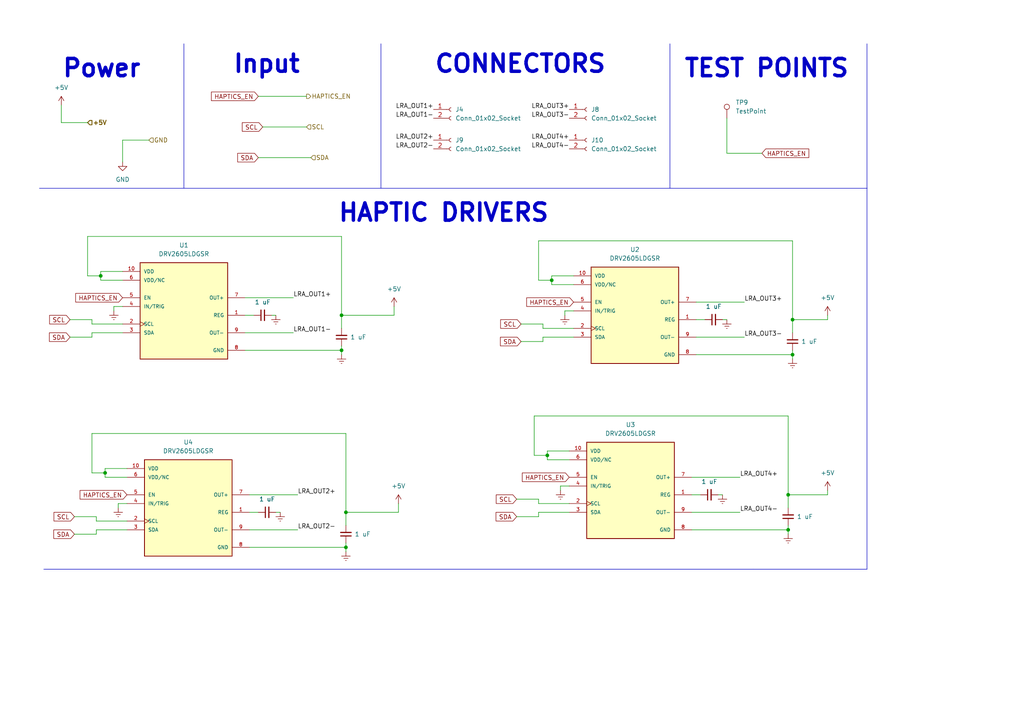
<source format=kicad_sch>
(kicad_sch (version 20230121) (generator eeschema)
  (paper "A4")
  (lib_symbols
    (symbol "Connector:Conn_01x02_Socket" (pin_names (offset 1.016) hide)
      (property "Reference" "J" (at 0 2.54 0))
      (property "Value" "Conn_01x02_Socket" (at 0 -5.08 0))
      (symbol "Conn_01x02_Socket_1_1"
        (arc (start 0 -2.032) (mid -0.5058 -2.54) (end 0 -3.048) (stroke (width 0.1524)))
        (polyline (pts (xy -1.27 -2.54) (xy -0.508 -2.54)) (stroke (width 0.1524)))
        (polyline (pts (xy -1.27 0) (xy -0.508 0)) (stroke (width 0.1524)))
        (arc (start 0 0.508) (mid -0.5058 0) (end 0 -0.508) (stroke (width 0.1524)))
        (pin passive line (at -5.08 0 0) (length 3.81) (name "Pin_1") (number "1"))
        (pin passive line (at -5.08 -2.54 0) (length 3.81) (name "Pin_2") (number "2"))
      )
    )
    (symbol "Connector:TestPoint" (pin_numbers hide) (pin_names (offset 0.762) hide)
      (property "Reference" "TP" (at 0 6.858 0))
      (property "Value" "TestPoint" (at 0 5.08 0))
      (symbol "TestPoint_0_1"
        (circle (center 0 3.302) (radius 0.762))
      )
      (symbol "TestPoint_1_1"
        (pin passive line (at 0 0 90) (length 2.54) (name "1") (number "1"))
      )
    )
    (symbol "DRV2605LDGSR:DRV2605LDGSR" (pin_names (offset 1.016))
      (property "Reference" "U" (at -12.7 16.24 0))
      (property "Value" "DRV2605LDGSR" (at -12.7 -14.16 0))
      (symbol "DRV2605LDGSR_0_0"
        (rectangle (start -12.7 -12.7) (end 12.7 15.24) (stroke (width 0.254)) (fill (type background)))
        (pin output line (at 17.78 0 180) (length 5.08) (name "REG") (number "1"))
        (pin power_in line (at -17.78 12.7 0) (length 5.08) (name "VDD") (number "10"))
        (pin input clock (at -17.78 -2.54 0) (length 5.08) (name "SCL") (number "2"))
        (pin bidirectional line (at -17.78 -5.08 0) (length 5.08) (name "SDA") (number "3"))
        (pin input line (at -17.78 2.54 0) (length 5.08) (name "IN/TRIG") (number "4"))
        (pin input line (at -17.78 5.08 0) (length 5.08) (name "EN") (number "5"))
        (pin power_in line (at -17.78 10.16 0) (length 5.08) (name "VDD/NC") (number "6"))
        (pin output line (at 17.78 5.08 180) (length 5.08) (name "OUT+") (number "7"))
        (pin power_in line (at 17.78 -10.16 180) (length 5.08) (name "GND") (number "8"))
        (pin output line (at 17.78 -5.08 180) (length 5.08) (name "OUT-") (number "9"))
      )
    )
    (symbol "Device:C_Small" (pin_numbers hide) (pin_names (offset 0.254) hide)
      (property "Reference" "C" (at 0.254 1.778 0))
      (property "Value" "C_Small" (at 0.254 -2.032 0))
      (symbol "C_Small_0_1"
        (polyline (pts (xy -1.524 -0.508) (xy 1.524 -0.508)) (stroke (width 0.3302)))
        (polyline (pts (xy -1.524 0.508) (xy 1.524 0.508)) (stroke (width 0.3048)))
      )
      (symbol "C_Small_1_1"
        (pin passive line (at 0 2.54 270) (length 2.032) (name "~") (number "1"))
        (pin passive line (at 0 -2.54 90) (length 2.032) (name "~") (number "2"))
      )
    )
    (symbol "power:+5V" (power) (pin_names (offset 0))
      (property "Value" "+5V" (at 0 3.556 0))
      (symbol "+5V_0_1"
        (polyline (pts (xy -0.762 1.27) (xy 0 2.54)))
        (polyline (pts (xy 0 0) (xy 0 2.54)))
        (polyline (pts (xy 0 2.54) (xy 0.762 1.27)))
      )
      (symbol "+5V_1_1"
        (pin power_in line (at 0 0 90) (length 0) hide (name "+5V") (number "1"))
      )
    )
    (symbol "power:Earth" (power) (pin_names (offset 0))
      (symbol "Earth_0_1"
        (polyline (pts (xy -0.635 -1.905) (xy 0.635 -1.905)))
        (polyline (pts (xy -0.127 -2.54) (xy 0.127 -2.54)))
        (polyline (pts (xy 0 -1.27) (xy 0 0)))
        (polyline (pts (xy 1.27 -1.27) (xy -1.27 -1.27)))
      )
      (symbol "Earth_1_1"
        (pin power_in line (at 0 0 270) (length 0) hide (name "Earth") (number "1"))
      )
    )
    (symbol "power:GND" (power) (pin_names (offset 0))
      (property "Value" "GND" (at 0 -3.81 0))
      (symbol "GND_0_1"
        (polyline (pts (xy 0 0) (xy 0 -1.27) (xy 1.27 -1.27) (xy 0 -2.54) (xy -1.27 -1.27) (xy 0 -1.27)))
      )
      (symbol "GND_1_1"
        (pin power_in line (at 0 0 270) (length 0) hide (name "GND") (number "1"))
      )
    )
  )
  (junction (at 99.06 101.6))
  (junction (at 100.33 158.75))
  (junction (at 160.02 81.28))
  (junction (at 228.6 153.67))
  (junction (at 229.87 102.87))
  (junction (at 99.06 91.44))
  (junction (at 29.21 80.01))
  (junction (at 30.48 137.16))
  (junction (at 229.87 92.71))
  (junction (at 100.33 148.59))
  (junction (at 158.75 132.08))
  (junction (at 228.6 143.51))
  (wire (pts (xy 209.55 92.71) (xy 210.82 92.71)))
  (wire (pts (xy 166.37 90.17) (xy 163.83 90.17)))
  (wire (pts (xy 115.57 146.05) (xy 115.57 148.59)))
  (wire (pts (xy 72.39 158.75) (xy 100.33 158.75)))
  (wire (pts (xy 29.21 81.28) (xy 35.56 81.28)))
  (wire (pts (xy 35.56 88.9) (xy 33.02 88.9)))
  (wire (pts (xy 229.87 101.6) (xy 229.87 102.87)))
  (polyline (pts (xy 53.34 12.7) (xy 53.34 54.61)))
  (wire (pts (xy 71.12 86.36) (xy 85.09 86.36)))
  (polyline (pts (xy 12.7 165.1) (xy 218.44 165.1)))
  (wire (pts (xy 157.48 95.25) (xy 166.37 95.25)))
  (wire (pts (xy 33.02 88.9) (xy 33.02 90.17)))
  (wire (pts (xy 156.21 69.85) (xy 156.21 81.28)))
  (wire (pts (xy 99.06 100.33) (xy 99.06 101.6)))
  (wire (pts (xy 100.33 148.59) (xy 115.57 148.59)))
  (wire (pts (xy 156.21 69.85) (xy 229.87 69.85)))
  (wire (pts (xy 163.83 90.17) (xy 163.83 91.44)))
  (wire (pts (xy 74.93 45.72) (xy 90.17 45.72)))
  (polyline (pts (xy 251.46 54.61) (xy 251.46 165.1)))
  (wire (pts (xy 21.59 149.86) (xy 27.94 149.86)))
  (wire (pts (xy 27.94 151.13) (xy 36.83 151.13)))
  (wire (pts (xy 162.56 140.97) (xy 162.56 142.24)))
  (wire (pts (xy 200.66 143.51) (xy 203.2 143.51)))
  (wire (pts (xy 158.75 132.08) (xy 158.75 133.35)))
  (wire (pts (xy 30.48 137.16) (xy 30.48 135.89)))
  (wire (pts (xy 21.59 154.94) (xy 27.94 154.94)))
  (wire (pts (xy 158.75 133.35) (xy 165.1 133.35)))
  (wire (pts (xy 26.67 92.71) (xy 26.67 93.98)))
  (wire (pts (xy 72.39 143.51) (xy 86.36 143.51)))
  (wire (pts (xy 166.37 80.01) (xy 160.02 80.01)))
  (wire (pts (xy 201.93 87.63) (xy 215.9 87.63)))
  (wire (pts (xy 29.21 80.01) (xy 29.21 78.74)))
  (wire (pts (xy 200.66 153.67) (xy 228.6 153.67)))
  (wire (pts (xy 151.13 99.06) (xy 157.48 99.06)))
  (wire (pts (xy 99.06 91.44) (xy 114.3 91.44)))
  (wire (pts (xy 100.33 125.73) (xy 100.33 148.59)))
  (wire (pts (xy 30.48 137.16) (xy 30.48 138.43)))
  (wire (pts (xy 200.66 138.43) (xy 214.63 138.43)))
  (wire (pts (xy 229.87 102.87) (xy 229.87 104.14)))
  (wire (pts (xy 26.67 97.79) (xy 26.67 96.52)))
  (wire (pts (xy 35.56 40.64) (xy 35.56 46.99)))
  (wire (pts (xy 149.86 149.86) (xy 156.21 149.86)))
  (wire (pts (xy 80.01 148.59) (xy 81.28 148.59)))
  (wire (pts (xy 157.48 93.98) (xy 157.48 95.25)))
  (wire (pts (xy 210.82 44.45) (xy 220.98 44.45)))
  (wire (pts (xy 201.93 102.87) (xy 229.87 102.87)))
  (wire (pts (xy 99.06 91.44) (xy 99.06 95.25)))
  (wire (pts (xy 156.21 149.86) (xy 156.21 148.59)))
  (wire (pts (xy 27.94 149.86) (xy 27.94 151.13)))
  (wire (pts (xy 17.78 35.56) (xy 25.4 35.56)))
  (wire (pts (xy 154.94 120.65) (xy 154.94 132.08)))
  (wire (pts (xy 30.48 138.43) (xy 36.83 138.43)))
  (wire (pts (xy 228.6 152.4) (xy 228.6 153.67)))
  (polyline (pts (xy 194.31 54.61) (xy 251.46 54.61)))
  (wire (pts (xy 26.67 96.52) (xy 35.56 96.52)))
  (polyline (pts (xy 218.44 165.1) (xy 251.46 165.1)))
  (wire (pts (xy 26.67 125.73) (xy 26.67 137.16)))
  (wire (pts (xy 160.02 82.55) (xy 166.37 82.55)))
  (wire (pts (xy 99.06 68.58) (xy 99.06 91.44)))
  (wire (pts (xy 228.6 153.67) (xy 228.6 154.94)))
  (polyline (pts (xy 110.49 12.7) (xy 110.49 54.61)))
  (wire (pts (xy 156.21 144.78) (xy 156.21 146.05)))
  (polyline (pts (xy 194.31 12.7) (xy 194.31 54.61)))
  (wire (pts (xy 157.48 97.79) (xy 166.37 97.79)))
  (polyline (pts (xy 11.43 54.61) (xy 53.34 54.61)))
  (wire (pts (xy 201.93 92.71) (xy 204.47 92.71)))
  (wire (pts (xy 160.02 81.28) (xy 160.02 80.01)))
  (wire (pts (xy 151.13 93.98) (xy 157.48 93.98)))
  (wire (pts (xy 78.74 91.44) (xy 80.01 91.44)))
  (wire (pts (xy 158.75 132.08) (xy 158.75 130.81)))
  (wire (pts (xy 208.28 143.51) (xy 209.55 143.51)))
  (wire (pts (xy 157.48 99.06) (xy 157.48 97.79)))
  (wire (pts (xy 165.1 140.97) (xy 162.56 140.97)))
  (wire (pts (xy 25.4 68.58) (xy 99.06 68.58)))
  (wire (pts (xy 71.12 91.44) (xy 73.66 91.44)))
  (wire (pts (xy 229.87 69.85) (xy 229.87 92.71)))
  (wire (pts (xy 17.78 30.48) (xy 17.78 35.56)))
  (wire (pts (xy 156.21 146.05) (xy 165.1 146.05)))
  (wire (pts (xy 160.02 81.28) (xy 160.02 82.55)))
  (wire (pts (xy 149.86 144.78) (xy 156.21 144.78)))
  (wire (pts (xy 29.21 80.01) (xy 29.21 81.28)))
  (wire (pts (xy 34.29 146.05) (xy 34.29 147.32)))
  (wire (pts (xy 36.83 146.05) (xy 34.29 146.05)))
  (wire (pts (xy 156.21 81.28) (xy 160.02 81.28)))
  (wire (pts (xy 20.32 97.79) (xy 26.67 97.79)))
  (wire (pts (xy 201.93 97.79) (xy 215.9 97.79)))
  (wire (pts (xy 72.39 153.67) (xy 86.36 153.67)))
  (wire (pts (xy 36.83 135.89) (xy 30.48 135.89)))
  (wire (pts (xy 35.56 40.64) (xy 43.18 40.64)))
  (wire (pts (xy 27.94 153.67) (xy 36.83 153.67)))
  (wire (pts (xy 71.12 96.52) (xy 85.09 96.52)))
  (wire (pts (xy 26.67 93.98) (xy 35.56 93.98)))
  (wire (pts (xy 200.66 148.59) (xy 214.63 148.59)))
  (wire (pts (xy 100.33 148.59) (xy 100.33 152.4)))
  (wire (pts (xy 165.1 130.81) (xy 158.75 130.81)))
  (wire (pts (xy 20.32 92.71) (xy 26.67 92.71)))
  (wire (pts (xy 35.56 78.74) (xy 29.21 78.74)))
  (wire (pts (xy 229.87 92.71) (xy 240.03 92.71)))
  (wire (pts (xy 228.6 143.51) (xy 228.6 147.32)))
  (wire (pts (xy 229.87 92.71) (xy 229.87 96.52)))
  (wire (pts (xy 99.06 101.6) (xy 99.06 102.87)))
  (wire (pts (xy 154.94 132.08) (xy 158.75 132.08)))
  (wire (pts (xy 240.03 91.44) (xy 240.03 92.71)))
  (wire (pts (xy 76.2 36.83) (xy 88.9 36.83)))
  (wire (pts (xy 26.67 125.73) (xy 100.33 125.73)))
  (polyline (pts (xy 110.49 54.61) (xy 194.31 54.61)))
  (wire (pts (xy 100.33 158.75) (xy 100.33 160.02)))
  (wire (pts (xy 71.12 101.6) (xy 99.06 101.6)))
  (wire (pts (xy 26.67 137.16) (xy 30.48 137.16)))
  (wire (pts (xy 114.3 88.9) (xy 114.3 91.44)))
  (wire (pts (xy 154.94 120.65) (xy 228.6 120.65)))
  (wire (pts (xy 156.21 148.59) (xy 165.1 148.59)))
  (wire (pts (xy 228.6 120.65) (xy 228.6 143.51)))
  (wire (pts (xy 25.4 80.01) (xy 29.21 80.01)))
  (wire (pts (xy 240.03 142.24) (xy 240.03 143.51)))
  (polyline (pts (xy 251.46 12.7) (xy 251.46 54.61)))
  (wire (pts (xy 25.4 68.58) (xy 25.4 80.01)))
  (wire (pts (xy 72.39 148.59) (xy 74.93 148.59)))
  (wire (pts (xy 210.82 34.29) (xy 210.82 44.45)))
  (wire (pts (xy 74.93 27.94) (xy 88.9 27.94)))
  (wire (pts (xy 27.94 154.94) (xy 27.94 153.67)))
  (wire (pts (xy 100.33 157.48) (xy 100.33 158.75)))
  (polyline (pts (xy 110.49 54.61) (xy 53.34 54.61)))
  (polyline (pts (xy 218.44 165.1) (xy 218.44 165.1)))
  (wire (pts (xy 228.6 143.51) (xy 240.03 143.51)))
  (text "HAPTIC DRIVERS" (at 97.79 64.77 0) (effects (font (size 5 5) bold) (justify left bottom)))
  (text "CONNECTORS" (at 125.73 21.59 0) (effects (font (size 5 5) bold) (justify left bottom)))
  (text "Input" (at 67.31 21.59 0) (effects (font (size 5 5) bold) (justify left bottom)))
  (text "TEST POINTS" (at 198.12 22.86 0) (effects (font (size 5 5) bold) (justify left bottom)))
  (text "Power" (at 17.78 22.86 0) (effects (font (size 5 5) (thickness 1) bold) (justify left bottom)))
  (label "LRA_OUT1+" (at 125.73 31.75 180))
  (label "LRA_OUT3-" (at 215.9 97.79 0))
  (label "LRA_OUT2+" (at 125.73 40.64 180))
  (label "LRA_OUT2+" (at 86.36 143.51 0))
  (label "LRA_OUT3-" (at 165.1 34.29 180))
  (label "LRA_OUT3+" (at 215.9 87.63 0))
  (label "LRA_OUT1-" (at 125.73 34.29 180))
  (label "LRA_OUT3+" (at 165.1 31.75 180))
  (label "LRA_OUT4+" (at 214.63 138.43 0))
  (label "LRA_OUT2-" (at 125.73 43.18 180))
  (label "LRA_OUT2-" (at 86.36 153.67 0))
  (label "LRA_OUT1+" (at 85.09 86.36 0))
  (label "LRA_OUT4+" (at 165.1 40.64 180))
  (label "LRA_OUT1-" (at 85.09 96.52 0))
  (label "LRA_OUT4-" (at 214.63 148.59 0))
  (label "LRA_OUT4-" (at 165.1 43.18 180))
  (global_label "SDA" (shape input) (at 21.59 154.94 180) (property "Intersheetrefs" "${INTERSHEET_REFS}" (effects hide)))
  (global_label "HAPTICS_EN" (shape input) (at 165.1 138.43 180) (property "Intersheetrefs" "${INTERSHEET_REFS}" (effects hide)))
  (global_label "HAPTICS_EN" (shape input) (at 166.37 87.63 180) (property "Intersheetrefs" "${INTERSHEET_REFS}" (effects hide)))
  (global_label "HAPTICS_EN" (shape input) (at 36.83 143.51 180) (property "Intersheetrefs" "${INTERSHEET_REFS}" (effects hide)))
  (global_label "HAPTICS_EN" (shape input) (at 35.56 86.36 180) (property "Intersheetrefs" "${INTERSHEET_REFS}" (effects hide)))
  (global_label "HAPTICS_EN" (shape input) (at 220.98 44.45 0) (property "Intersheetrefs" "${INTERSHEET_REFS}" (effects hide)))
  (global_label "SCL" (shape input) (at 76.2 36.83 180) (property "Intersheetrefs" "${INTERSHEET_REFS}" (effects hide)))
  (global_label "SDA" (shape input) (at 151.13 99.06 180) (property "Intersheetrefs" "${INTERSHEET_REFS}" (effects hide)))
  (global_label "SDA" (shape input) (at 149.86 149.86 180) (property "Intersheetrefs" "${INTERSHEET_REFS}" (effects hide)))
  (global_label "SCL" (shape input) (at 151.13 93.98 180) (property "Intersheetrefs" "${INTERSHEET_REFS}" (effects hide)))
  (global_label "SDA" (shape input) (at 20.32 97.79 180) (property "Intersheetrefs" "${INTERSHEET_REFS}" (effects hide)))
  (global_label "SCL" (shape input) (at 20.32 92.71 180) (property "Intersheetrefs" "${INTERSHEET_REFS}" (effects hide)))
  (global_label "SDA" (shape input) (at 74.93 45.72 180) (property "Intersheetrefs" "${INTERSHEET_REFS}" (effects hide)))
  (global_label "HAPTICS_EN" (shape input) (at 74.93 27.94 180) (property "Intersheetrefs" "${INTERSHEET_REFS}" (effects hide)))
  (global_label "SCL" (shape input) (at 21.59 149.86 180) (property "Intersheetrefs" "${INTERSHEET_REFS}" (effects hide)))
  (global_label "SCL" (shape input) (at 149.86 144.78 180) (property "Intersheetrefs" "${INTERSHEET_REFS}" (effects hide)))
  (hierarchical_label "SDA" (shape input) (at 90.17 45.72 0))
  (hierarchical_label "+5V" (shape input) (at 25.4 35.56 0) (effects (font bold)))
  (hierarchical_label "HAPTICS_EN" (shape output) (at 88.9 27.94 0))
  (hierarchical_label "SCL" (shape input) (at 88.9 36.83 0))
  (hierarchical_label "GND" (shape input) (at 43.18 40.64 0))
  (symbol (lib_id "power:+5V") (at 240.03 91.44 0) (unit 1)
    (property "Reference" "#PWR057" (effects hide))
    (property "Value" "+5V" (at 240.03 86.36 0))
  )
  (symbol (lib_id "power:Earth") (at 228.6 154.94 0) (unit 1)
    (property "Reference" "#PWR07" (effects hide))
    (property "Value" "Earth" (effects hide))
  )
  (symbol (lib_id "Device:C_Small") (at 205.74 143.51 90) (unit 1)
    (property "Reference" "C3" (effects hide))
    (property "Value" "1 uF" (at 205.7463 139.7 90))
    (property "Footprint" "Resistor_SMD:R_0402_1005Metric" (effects hide))
  )
  (symbol (lib_id "Connector:Conn_01x02_Socket") (at 130.81 40.64 0) (unit 1)
    (property "Reference" "J9" (at 132.08 40.64 0) (effects (justify left)))
    (property "Value" "Conn_01x02_Socket" (at 132.08 43.18 0) (effects (justify left)))
  )
  (symbol (lib_id "power:+5V") (at 17.78 30.48 0) (unit 1)
    (property "Reference" "#PWR061" (effects hide))
    (property "Value" "+5V" (at 17.78 25.4 0))
  )
  (symbol (lib_id "Device:C_Small") (at 228.6 149.86 180) (unit 1)
    (property "Reference" "C4" (effects hide))
    (property "Value" "1 uF" (at 231.14 149.8536 0) (effects (justify right)))
  )
  (symbol (lib_id "power:Earth") (at 81.28 148.59 0) (unit 1)
    (property "Reference" "#PWR010" (effects hide))
    (property "Value" "Earth" (effects hide))
  )
  (symbol (lib_id "Connector:Conn_01x02_Socket") (at 130.81 31.75 0) (unit 1)
    (property "Reference" "J4" (at 132.08 31.75 0) (effects (justify left)))
    (property "Value" "Conn_01x02_Socket" (at 132.08 34.29 0) (effects (justify left)))
  )
  (symbol (lib_id "power:Earth") (at 209.55 143.51 0) (unit 1)
    (property "Reference" "#PWR06" (effects hide))
    (property "Value" "Earth" (effects hide))
  )
  (symbol (lib_id "power:+5V") (at 114.3 88.9 0) (unit 1)
    (property "Reference" "#PWR058" (effects hide))
    (property "Value" "+5V" (at 114.3 83.82 0))
  )
  (symbol (lib_id "Device:C_Small") (at 100.33 154.94 180) (unit 1)
    (property "Reference" "C6" (effects hide))
    (property "Value" "1 uF" (at 102.87 154.9336 0) (effects (justify right)))
  )
  (symbol (lib_id "DRV2605LDGSR:DRV2605LDGSR") (at 53.34 91.44 0) (unit 1)
    (property "Reference" "U1" (at 53.34 71.12 0))
    (property "Value" "DRV2605LDGSR" (at 53.34 73.66 0))
    (property "Footprint" "Sensify Footprints:SOP50P490X110-10N" (effects hide))
    (property "Datasheet" "https://www.ti.com/lit/ds/symlink/drv2605l.pdf?HQS=dis-dk-null-digikeymode-dsf-pf-null-wwe&ts=1728429348483&ref_url=https%253A%252F%252Fwww.ti.com%252Fgeneral%252Fdocs%252Fsuppproductinfo.tsp%253FdistId%253D10%2526gotoUrl%253Dhttps%253A%252F%252Fwww.ti.com%252Flit%252Fgpn%252Fdrv2605l" (effects hide))
    (property "MF" "Texas Instruments" (effects hide))
    (property "MAXIMUM_PACKAGE_HEIGHT" "1.1 mm" (effects hide))
    (property "Package" "VSSOP-10 Texas Instruments" (effects hide))
    (property "Price" "None" (effects hide))
    (property "Check_prices" "https://www.snapeda.com/parts/DRV2605LDGSR/Texas+Instruments/view-part/?ref=eda" (effects hide))
    (property "STANDARD" "IPC-7351B" (effects hide))
    (property "PARTREV" "D" (effects hide))
    (property "SnapEDA_Link" "https://www.snapeda.com/parts/DRV2605LDGSR/Texas+Instruments/view-part/?ref=snap" (effects hide))
    (property "MP" "DRV2605LDGSR" (effects hide))
    (property "Description" "\nHaptic driver for ERM/LRA with 2-V operation, waveform library & auto-resonance tracking\n" (effects hide))
    (property "Availability" "In Stock" (effects hide))
    (property "MANUFACTURER" "Texas Instruments" (effects hide))
  )
  (symbol (lib_id "power:Earth") (at 80.01 91.44 0) (unit 1)
    (property "Reference" "#PWR020" (effects hide))
    (property "Value" "Earth" (effects hide))
  )
  (symbol (lib_id "power:Earth") (at 34.29 147.32 0) (unit 1)
    (property "Reference" "#PWR09" (effects hide))
    (property "Value" "Earth" (effects hide))
  )
  (symbol (lib_id "Device:C_Small") (at 76.2 91.44 90) (unit 1)
    (property "Reference" "C15" (effects hide))
    (property "Value" "1 uF" (at 76.2063 87.63 90))
    (property "Footprint" "Resistor_SMD:R_0402_1005Metric" (effects hide))
  )
  (symbol (lib_id "power:Earth") (at 33.02 90.17 0) (unit 1)
    (property "Reference" "#PWR018" (effects hide))
    (property "Value" "Earth" (effects hide))
  )
  (symbol (lib_id "power:GND") (at 35.56 46.99 0) (unit 1)
    (property "Reference" "#PWR086" (effects hide))
    (property "Value" "GND" (at 35.56 52.07 0))
  )
  (symbol (lib_id "power:Earth") (at 210.82 92.71 0) (unit 1)
    (property "Reference" "#PWR02" (effects hide))
    (property "Value" "Earth" (effects hide))
  )
  (symbol (lib_id "Device:C_Small") (at 207.01 92.71 90) (unit 1)
    (property "Reference" "C1" (effects hide))
    (property "Value" "1 uF" (at 207.0163 88.9 90))
    (property "Footprint" "Resistor_SMD:R_0402_1005Metric" (effects hide))
  )
  (symbol (lib_id "power:+5V") (at 115.57 146.05 0) (unit 1)
    (property "Reference" "#PWR060" (effects hide))
    (property "Value" "+5V" (at 115.57 140.97 0))
  )
  (symbol (lib_id "Connector:Conn_01x02_Socket") (at 170.18 31.75 0) (unit 1)
    (property "Reference" "J8" (at 171.45 31.75 0) (effects (justify left)))
    (property "Value" "Conn_01x02_Socket" (at 171.45 34.29 0) (effects (justify left)))
  )
  (symbol (lib_id "Device:C_Small") (at 77.47 148.59 90) (unit 1)
    (property "Reference" "C5" (effects hide))
    (property "Value" "1 uF" (at 77.4763 144.78 90))
    (property "Footprint" "Resistor_SMD:R_0402_1005Metric" (effects hide))
  )
  (symbol (lib_id "Connector:Conn_01x02_Socket") (at 170.18 40.64 0) (unit 1)
    (property "Reference" "J10" (at 171.45 40.64 0) (effects (justify left)))
    (property "Value" "Conn_01x02_Socket" (at 171.45 43.18 0) (effects (justify left)))
  )
  (symbol (lib_id "Connector:TestPoint") (at 210.82 34.29 0) (unit 1)
    (property "Reference" "TP9" (at 213.36 29.718 0) (effects (justify left)))
    (property "Value" "TestPoint" (at 213.36 32.258 0) (effects (justify left)))
  )
  (symbol (lib_id "Device:C_Small") (at 99.06 97.79 180) (unit 1)
    (property "Reference" "C16" (effects hide))
    (property "Value" "1 uF" (at 101.6 97.7836 0) (effects (justify right)))
  )
  (symbol (lib_id "DRV2605LDGSR:DRV2605LDGSR") (at 184.15 92.71 0) (unit 1)
    (property "Reference" "U2" (at 184.15 72.39 0))
    (property "Value" "DRV2605LDGSR" (at 184.15 74.93 0))
    (property "Footprint" "Sensify Footprints:SOP50P490X110-10N" (effects hide))
    (property "Datasheet" "https://www.ti.com/lit/ds/symlink/drv2605l.pdf?HQS=dis-dk-null-digikeymode-dsf-pf-null-wwe&ts=1728429348483&ref_url=https%253A%252F%252Fwww.ti.com%252Fgeneral%252Fdocs%252Fsuppproductinfo.tsp%253FdistId%253D10%2526gotoUrl%253Dhttps%253A%252F%252Fwww.ti.com%252Flit%252Fgpn%252Fdrv2605l" (effects hide))
    (property "MF" "Texas Instruments" (effects hide))
    (property "MAXIMUM_PACKAGE_HEIGHT" "1.1 mm" (effects hide))
    (property "Package" "VSSOP-10 Texas Instruments" (effects hide))
    (property "Price" "None" (effects hide))
    (property "Check_prices" "https://www.snapeda.com/parts/DRV2605LDGSR/Texas+Instruments/view-part/?ref=eda" (effects hide))
    (property "STANDARD" "IPC-7351B" (effects hide))
    (property "PARTREV" "D" (effects hide))
    (property "SnapEDA_Link" "https://www.snapeda.com/parts/DRV2605LDGSR/Texas+Instruments/view-part/?ref=snap" (effects hide))
    (property "MP" "DRV2605LDGSR" (effects hide))
    (property "Description" "\nHaptic driver for ERM/LRA with 2-V operation, waveform library & auto-resonance tracking\n" (effects hide))
    (property "Availability" "In Stock" (effects hide))
    (property "MANUFACTURER" "Texas Instruments" (effects hide))
  )
  (symbol (lib_id "power:Earth") (at 163.83 91.44 0) (unit 1)
    (property "Reference" "#PWR01" (effects hide))
    (property "Value" "Earth" (effects hide))
  )
  (symbol (lib_id "DRV2605LDGSR:DRV2605LDGSR") (at 54.61 148.59 0) (unit 1)
    (property "Reference" "U4" (at 54.61 128.27 0))
    (property "Value" "DRV2605LDGSR" (at 54.61 130.81 0))
    (property "Footprint" "Sensify Footprints:SOP50P490X110-10N" (effects hide))
    (property "Datasheet" "https://www.ti.com/lit/ds/symlink/drv2605l.pdf?HQS=dis-dk-null-digikeymode-dsf-pf-null-wwe&ts=1728429348483&ref_url=https%253A%252F%252Fwww.ti.com%252Fgeneral%252Fdocs%252Fsuppproductinfo.tsp%253FdistId%253D10%2526gotoUrl%253Dhttps%253A%252F%252Fwww.ti.com%252Flit%252Fgpn%252Fdrv2605l" (effects hide))
    (property "MF" "Texas Instruments" (effects hide))
    (property "MAXIMUM_PACKAGE_HEIGHT" "1.1 mm" (effects hide))
    (property "Package" "VSSOP-10 Texas Instruments" (effects hide))
    (property "Price" "None" (effects hide))
    (property "Check_prices" "https://www.snapeda.com/parts/DRV2605LDGSR/Texas+Instruments/view-part/?ref=eda" (effects hide))
    (property "STANDARD" "IPC-7351B" (effects hide))
    (property "PARTREV" "D" (effects hide))
    (property "SnapEDA_Link" "https://www.snapeda.com/parts/DRV2605LDGSR/Texas+Instruments/view-part/?ref=snap" (effects hide))
    (property "MP" "DRV2605LDGSR" (effects hide))
    (property "Description" "\nHaptic driver for ERM/LRA with 2-V operation, waveform library & auto-resonance tracking\n" (effects hide))
    (property "Availability" "In Stock" (effects hide))
    (property "MANUFACTURER" "Texas Instruments" (effects hide))
  )
  (symbol (lib_id "power:Earth") (at 162.56 142.24 0) (unit 1)
    (property "Reference" "#PWR05" (effects hide))
    (property "Value" "Earth" (effects hide))
  )
  (symbol (lib_id "DRV2605LDGSR:DRV2605LDGSR") (at 182.88 143.51 0) (unit 1)
    (property "Reference" "U3" (at 182.88 123.19 0))
    (property "Value" "DRV2605LDGSR" (at 182.88 125.73 0))
    (property "Footprint" "Sensify Footprints:SOP50P490X110-10N" (effects hide))
    (property "Datasheet" "https://www.ti.com/lit/ds/symlink/drv2605l.pdf?HQS=dis-dk-null-digikeymode-dsf-pf-null-wwe&ts=1728429348483&ref_url=https%253A%252F%252Fwww.ti.com%252Fgeneral%252Fdocs%252Fsuppproductinfo.tsp%253FdistId%253D10%2526gotoUrl%253Dhttps%253A%252F%252Fwww.ti.com%252Flit%252Fgpn%252Fdrv2605l" (effects hide))
    (property "MF" "Texas Instruments" (effects hide))
    (property "MAXIMUM_PACKAGE_HEIGHT" "1.1 mm" (effects hide))
    (property "Package" "VSSOP-10 Texas Instruments" (effects hide))
    (property "Price" "None" (effects hide))
    (property "Check_prices" "https://www.snapeda.com/parts/DRV2605LDGSR/Texas+Instruments/view-part/?ref=eda" (effects hide))
    (property "STANDARD" "IPC-7351B" (effects hide))
    (property "PARTREV" "D" (effects hide))
    (property "SnapEDA_Link" "https://www.snapeda.com/parts/DRV2605LDGSR/Texas+Instruments/view-part/?ref=snap" (effects hide))
    (property "MP" "DRV2605LDGSR" (effects hide))
    (property "Description" "\nHaptic driver for ERM/LRA with 2-V operation, waveform library & auto-resonance tracking\n" (effects hide))
    (property "Availability" "In Stock" (effects hide))
    (property "MANUFACTURER" "Texas Instruments" (effects hide))
  )
  (symbol (lib_id "power:Earth") (at 99.06 102.87 0) (unit 1)
    (property "Reference" "#PWR019" (effects hide))
    (property "Value" "Earth" (effects hide))
  )
  (symbol (lib_id "Device:C_Small") (at 229.87 99.06 180) (unit 1)
    (property "Reference" "C2" (effects hide))
    (property "Value" "1 uF" (at 232.41 99.0536 0) (effects (justify right)))
  )
  (symbol (lib_id "power:Earth") (at 100.33 160.02 0) (unit 1)
    (property "Reference" "#PWR011" (effects hide))
    (property "Value" "Earth" (effects hide))
  )
  (symbol (lib_id "power:Earth") (at 229.87 104.14 0) (unit 1)
    (property "Reference" "#PWR03" (effects hide))
    (property "Value" "Earth" (effects hide))
  )
  (symbol (lib_id "power:+5V") (at 240.03 142.24 0) (unit 1)
    (property "Reference" "#PWR059" (effects hide))
    (property "Value" "+5V" (at 240.03 137.16 0))
  )
)
</source>
